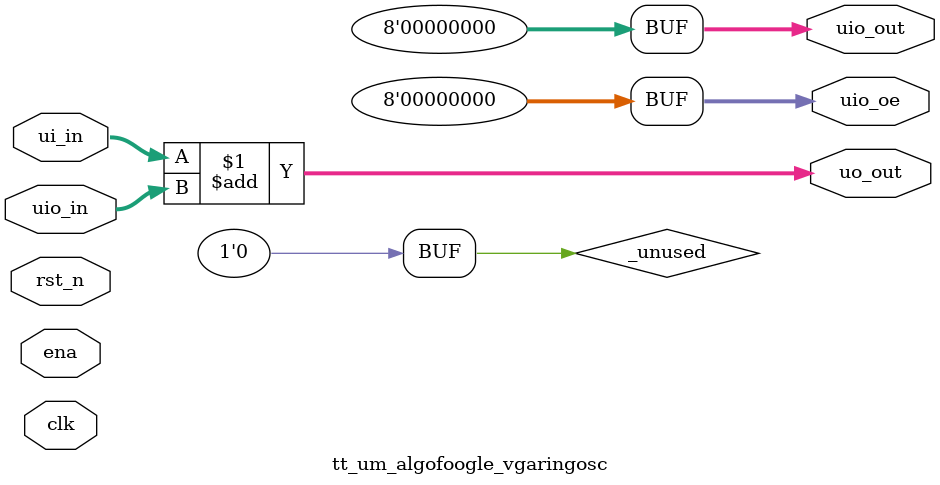
<source format=v>
/*
 * Copyright (c) 2025 Anton Maurovic
 * SPDX-License-Identifier: Apache-2.0
 */

`default_nettype none

module tt_um_algofoogle_vgaringosc (
    input  wire [7:0] ui_in,    // Dedicated inputs
    output wire [7:0] uo_out,   // Dedicated outputs
    input  wire [7:0] uio_in,   // IOs: Input path
    output wire [7:0] uio_out,  // IOs: Output path
    output wire [7:0] uio_oe,   // IOs: Enable path (active high: 0=input, 1=output)
    input  wire       ena,      // always 1 when the design is powered, so you can ignore it
    input  wire       clk,      // clock
    input  wire       rst_n     // reset_n - low to reset
);

  // All output pins must be assigned. If not used, assign to 0.
  assign uo_out  = ui_in + uio_in;  // Example: ou_out is the sum of ui_in and uio_in
  assign uio_out = 0;
  assign uio_oe  = 0;

  // List all unused inputs to prevent warnings
  wire _unused = &{ena, clk, rst_n, 1'b0};

endmodule

</source>
